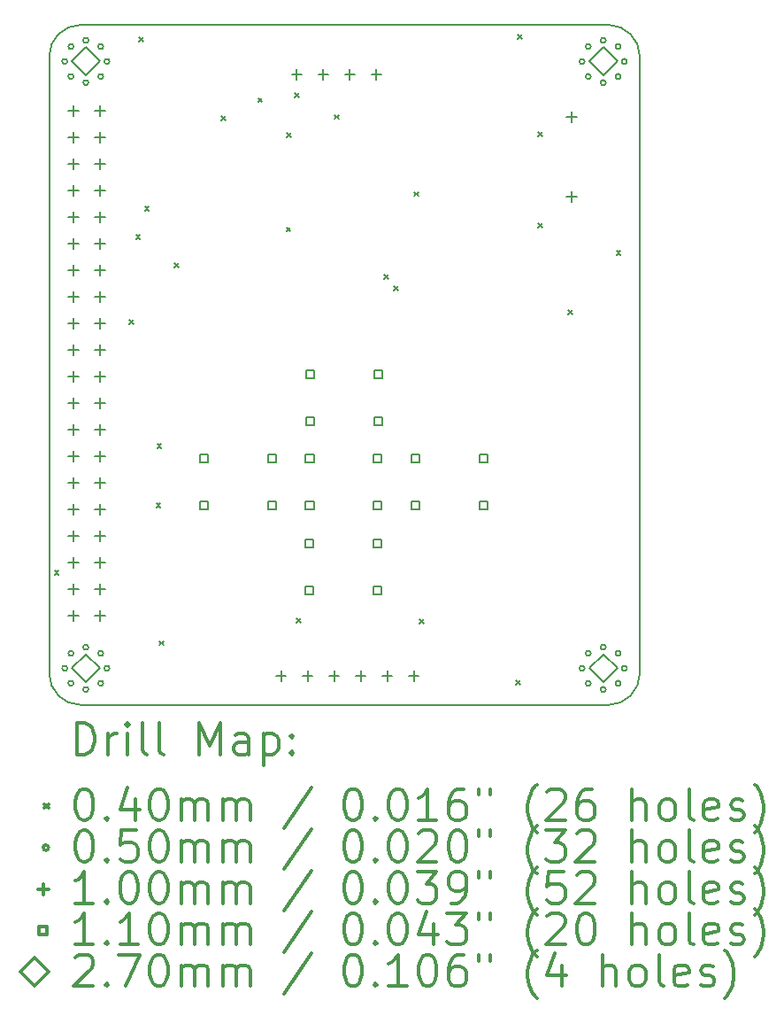
<source format=gbr>
%FSLAX45Y45*%
G04 Gerber Fmt 4.5, Leading zero omitted, Abs format (unit mm)*
G04 Created by KiCad (PCBNEW 4.0.7) date 07/29/18 11:18:08*
%MOMM*%
%LPD*%
G01*
G04 APERTURE LIST*
%ADD10C,0.127000*%
%ADD11C,0.150000*%
%ADD12C,0.200000*%
%ADD13C,0.300000*%
G04 APERTURE END LIST*
D10*
D11*
X8500000Y-14200000D02*
G75*
G03X8800000Y-14500000I300000J0D01*
G01*
X13850000Y-14500000D02*
G75*
G03X14150000Y-14200000I0J300000D01*
G01*
X14150000Y-8300000D02*
G75*
G03X13850000Y-8000000I-300000J0D01*
G01*
X8800000Y-8000000D02*
G75*
G03X8500000Y-8300000I0J-300000D01*
G01*
X13850000Y-14500000D02*
X8800000Y-14500000D01*
X8800000Y-8000000D02*
X13850000Y-8000000D01*
X14150000Y-8300000D02*
X14150000Y-14200000D01*
X8500000Y-14200000D02*
X8500000Y-8300000D01*
D12*
X8551000Y-13216000D02*
X8591000Y-13256000D01*
X8591000Y-13216000D02*
X8551000Y-13256000D01*
X9264000Y-10818000D02*
X9304000Y-10858000D01*
X9304000Y-10818000D02*
X9264000Y-10858000D01*
X9329000Y-10010000D02*
X9369000Y-10050000D01*
X9369000Y-10010000D02*
X9329000Y-10050000D01*
X9362000Y-8116000D02*
X9402000Y-8156000D01*
X9402000Y-8116000D02*
X9362000Y-8156000D01*
X9414000Y-9734000D02*
X9454000Y-9774000D01*
X9454000Y-9734000D02*
X9414000Y-9774000D01*
X9524000Y-12570000D02*
X9564000Y-12610000D01*
X9564000Y-12570000D02*
X9524000Y-12610000D01*
X9532000Y-12004000D02*
X9572000Y-12044000D01*
X9572000Y-12004000D02*
X9532000Y-12044000D01*
X9552000Y-13889000D02*
X9592000Y-13929000D01*
X9592000Y-13889000D02*
X9552000Y-13929000D01*
X9700000Y-10279000D02*
X9740000Y-10319000D01*
X9740000Y-10279000D02*
X9700000Y-10319000D01*
X10149744Y-8870256D02*
X10189744Y-8910256D01*
X10189744Y-8870256D02*
X10149744Y-8910256D01*
X10499000Y-8700000D02*
X10539000Y-8740000D01*
X10539000Y-8700000D02*
X10499000Y-8740000D01*
X10770000Y-9935000D02*
X10810000Y-9975000D01*
X10810000Y-9935000D02*
X10770000Y-9975000D01*
X10774000Y-9036000D02*
X10814000Y-9076000D01*
X10814000Y-9036000D02*
X10774000Y-9076000D01*
X10850000Y-8655000D02*
X10890000Y-8695000D01*
X10890000Y-8655000D02*
X10850000Y-8695000D01*
X10865000Y-13676000D02*
X10905000Y-13716000D01*
X10905000Y-13676000D02*
X10865000Y-13716000D01*
X11229000Y-8859000D02*
X11269000Y-8899000D01*
X11269000Y-8859000D02*
X11229000Y-8899000D01*
X11703000Y-10389000D02*
X11743000Y-10429000D01*
X11743000Y-10389000D02*
X11703000Y-10429000D01*
X11799000Y-10496000D02*
X11839000Y-10536000D01*
X11839000Y-10496000D02*
X11799000Y-10536000D01*
X11993000Y-9596000D02*
X12033000Y-9636000D01*
X12033000Y-9596000D02*
X11993000Y-9636000D01*
X12046000Y-13681000D02*
X12086000Y-13721000D01*
X12086000Y-13681000D02*
X12046000Y-13721000D01*
X12964000Y-14264000D02*
X13004000Y-14304000D01*
X13004000Y-14264000D02*
X12964000Y-14304000D01*
X12985000Y-8094000D02*
X13025000Y-8134000D01*
X13025000Y-8094000D02*
X12985000Y-8134000D01*
X13179000Y-9899000D02*
X13219000Y-9939000D01*
X13219000Y-9899000D02*
X13179000Y-9939000D01*
X13180000Y-9022000D02*
X13220000Y-9062000D01*
X13220000Y-9022000D02*
X13180000Y-9062000D01*
X13464000Y-10726000D02*
X13504000Y-10766000D01*
X13504000Y-10726000D02*
X13464000Y-10766000D01*
X13928000Y-10160000D02*
X13968000Y-10200000D01*
X13968000Y-10160000D02*
X13928000Y-10200000D01*
X8672500Y-8350000D02*
G75*
G03X8672500Y-8350000I-25000J0D01*
G01*
X8672500Y-14150000D02*
G75*
G03X8672500Y-14150000I-25000J0D01*
G01*
X8731811Y-8206811D02*
G75*
G03X8731811Y-8206811I-25000J0D01*
G01*
X8731811Y-8493189D02*
G75*
G03X8731811Y-8493189I-25000J0D01*
G01*
X8731811Y-14006811D02*
G75*
G03X8731811Y-14006811I-25000J0D01*
G01*
X8731811Y-14293189D02*
G75*
G03X8731811Y-14293189I-25000J0D01*
G01*
X8875000Y-8147500D02*
G75*
G03X8875000Y-8147500I-25000J0D01*
G01*
X8875000Y-8552500D02*
G75*
G03X8875000Y-8552500I-25000J0D01*
G01*
X8875000Y-13947500D02*
G75*
G03X8875000Y-13947500I-25000J0D01*
G01*
X8875000Y-14352500D02*
G75*
G03X8875000Y-14352500I-25000J0D01*
G01*
X9018189Y-8206811D02*
G75*
G03X9018189Y-8206811I-25000J0D01*
G01*
X9018189Y-8493189D02*
G75*
G03X9018189Y-8493189I-25000J0D01*
G01*
X9018189Y-14006811D02*
G75*
G03X9018189Y-14006811I-25000J0D01*
G01*
X9018189Y-14293189D02*
G75*
G03X9018189Y-14293189I-25000J0D01*
G01*
X9077500Y-8350000D02*
G75*
G03X9077500Y-8350000I-25000J0D01*
G01*
X9077500Y-14150000D02*
G75*
G03X9077500Y-14150000I-25000J0D01*
G01*
X13622500Y-8350000D02*
G75*
G03X13622500Y-8350000I-25000J0D01*
G01*
X13622500Y-14150000D02*
G75*
G03X13622500Y-14150000I-25000J0D01*
G01*
X13681811Y-8206811D02*
G75*
G03X13681811Y-8206811I-25000J0D01*
G01*
X13681811Y-8493189D02*
G75*
G03X13681811Y-8493189I-25000J0D01*
G01*
X13681811Y-14006811D02*
G75*
G03X13681811Y-14006811I-25000J0D01*
G01*
X13681811Y-14293189D02*
G75*
G03X13681811Y-14293189I-25000J0D01*
G01*
X13825000Y-8147500D02*
G75*
G03X13825000Y-8147500I-25000J0D01*
G01*
X13825000Y-8552500D02*
G75*
G03X13825000Y-8552500I-25000J0D01*
G01*
X13825000Y-13947500D02*
G75*
G03X13825000Y-13947500I-25000J0D01*
G01*
X13825000Y-14352500D02*
G75*
G03X13825000Y-14352500I-25000J0D01*
G01*
X13968189Y-8206811D02*
G75*
G03X13968189Y-8206811I-25000J0D01*
G01*
X13968189Y-8493189D02*
G75*
G03X13968189Y-8493189I-25000J0D01*
G01*
X13968189Y-14006811D02*
G75*
G03X13968189Y-14006811I-25000J0D01*
G01*
X13968189Y-14293189D02*
G75*
G03X13968189Y-14293189I-25000J0D01*
G01*
X14027500Y-8350000D02*
G75*
G03X14027500Y-8350000I-25000J0D01*
G01*
X14027500Y-14150000D02*
G75*
G03X14027500Y-14150000I-25000J0D01*
G01*
X8729472Y-8772944D02*
X8729472Y-8872944D01*
X8679472Y-8822944D02*
X8779472Y-8822944D01*
X8729472Y-9026944D02*
X8729472Y-9126944D01*
X8679472Y-9076944D02*
X8779472Y-9076944D01*
X8729472Y-9280944D02*
X8729472Y-9380944D01*
X8679472Y-9330944D02*
X8779472Y-9330944D01*
X8729472Y-9534944D02*
X8729472Y-9634944D01*
X8679472Y-9584944D02*
X8779472Y-9584944D01*
X8729472Y-9788944D02*
X8729472Y-9888944D01*
X8679472Y-9838944D02*
X8779472Y-9838944D01*
X8729472Y-10042944D02*
X8729472Y-10142944D01*
X8679472Y-10092944D02*
X8779472Y-10092944D01*
X8729472Y-10296944D02*
X8729472Y-10396944D01*
X8679472Y-10346944D02*
X8779472Y-10346944D01*
X8729472Y-10550944D02*
X8729472Y-10650944D01*
X8679472Y-10600944D02*
X8779472Y-10600944D01*
X8729472Y-10804944D02*
X8729472Y-10904944D01*
X8679472Y-10854944D02*
X8779472Y-10854944D01*
X8729472Y-11058944D02*
X8729472Y-11158944D01*
X8679472Y-11108944D02*
X8779472Y-11108944D01*
X8729472Y-11312944D02*
X8729472Y-11412944D01*
X8679472Y-11362944D02*
X8779472Y-11362944D01*
X8729472Y-11566944D02*
X8729472Y-11666944D01*
X8679472Y-11616944D02*
X8779472Y-11616944D01*
X8729472Y-11820944D02*
X8729472Y-11920944D01*
X8679472Y-11870944D02*
X8779472Y-11870944D01*
X8729472Y-12074944D02*
X8729472Y-12174944D01*
X8679472Y-12124944D02*
X8779472Y-12124944D01*
X8729472Y-12328944D02*
X8729472Y-12428944D01*
X8679472Y-12378944D02*
X8779472Y-12378944D01*
X8729472Y-12582944D02*
X8729472Y-12682944D01*
X8679472Y-12632944D02*
X8779472Y-12632944D01*
X8729472Y-12836944D02*
X8729472Y-12936944D01*
X8679472Y-12886944D02*
X8779472Y-12886944D01*
X8729472Y-13090944D02*
X8729472Y-13190944D01*
X8679472Y-13140944D02*
X8779472Y-13140944D01*
X8729472Y-13344944D02*
X8729472Y-13444944D01*
X8679472Y-13394944D02*
X8779472Y-13394944D01*
X8729472Y-13598944D02*
X8729472Y-13698944D01*
X8679472Y-13648944D02*
X8779472Y-13648944D01*
X8983472Y-8772944D02*
X8983472Y-8872944D01*
X8933472Y-8822944D02*
X9033472Y-8822944D01*
X8983472Y-9026944D02*
X8983472Y-9126944D01*
X8933472Y-9076944D02*
X9033472Y-9076944D01*
X8983472Y-9280944D02*
X8983472Y-9380944D01*
X8933472Y-9330944D02*
X9033472Y-9330944D01*
X8983472Y-9534944D02*
X8983472Y-9634944D01*
X8933472Y-9584944D02*
X9033472Y-9584944D01*
X8983472Y-9788944D02*
X8983472Y-9888944D01*
X8933472Y-9838944D02*
X9033472Y-9838944D01*
X8983472Y-10042944D02*
X8983472Y-10142944D01*
X8933472Y-10092944D02*
X9033472Y-10092944D01*
X8983472Y-10296944D02*
X8983472Y-10396944D01*
X8933472Y-10346944D02*
X9033472Y-10346944D01*
X8983472Y-10550944D02*
X8983472Y-10650944D01*
X8933472Y-10600944D02*
X9033472Y-10600944D01*
X8983472Y-10804944D02*
X8983472Y-10904944D01*
X8933472Y-10854944D02*
X9033472Y-10854944D01*
X8983472Y-11058944D02*
X8983472Y-11158944D01*
X8933472Y-11108944D02*
X9033472Y-11108944D01*
X8983472Y-11312944D02*
X8983472Y-11412944D01*
X8933472Y-11362944D02*
X9033472Y-11362944D01*
X8983472Y-11566944D02*
X8983472Y-11666944D01*
X8933472Y-11616944D02*
X9033472Y-11616944D01*
X8983472Y-11820944D02*
X8983472Y-11920944D01*
X8933472Y-11870944D02*
X9033472Y-11870944D01*
X8983472Y-12074944D02*
X8983472Y-12174944D01*
X8933472Y-12124944D02*
X9033472Y-12124944D01*
X8983472Y-12328944D02*
X8983472Y-12428944D01*
X8933472Y-12378944D02*
X9033472Y-12378944D01*
X8983472Y-12582944D02*
X8983472Y-12682944D01*
X8933472Y-12632944D02*
X9033472Y-12632944D01*
X8983472Y-12836944D02*
X8983472Y-12936944D01*
X8933472Y-12886944D02*
X9033472Y-12886944D01*
X8983472Y-13090944D02*
X8983472Y-13190944D01*
X8933472Y-13140944D02*
X9033472Y-13140944D01*
X8983472Y-13344944D02*
X8983472Y-13444944D01*
X8933472Y-13394944D02*
X9033472Y-13394944D01*
X8983472Y-13598944D02*
X8983472Y-13698944D01*
X8933472Y-13648944D02*
X9033472Y-13648944D01*
X10717530Y-14172730D02*
X10717530Y-14272730D01*
X10667530Y-14222730D02*
X10767530Y-14222730D01*
X10868660Y-8424710D02*
X10868660Y-8524710D01*
X10818660Y-8474710D02*
X10918660Y-8474710D01*
X10971530Y-14172730D02*
X10971530Y-14272730D01*
X10921530Y-14222730D02*
X11021530Y-14222730D01*
X11122660Y-8424710D02*
X11122660Y-8524710D01*
X11072660Y-8474710D02*
X11172660Y-8474710D01*
X11225530Y-14172730D02*
X11225530Y-14272730D01*
X11175530Y-14222730D02*
X11275530Y-14222730D01*
X11376660Y-8424710D02*
X11376660Y-8524710D01*
X11326660Y-8474710D02*
X11426660Y-8474710D01*
X11479530Y-14172730D02*
X11479530Y-14272730D01*
X11429530Y-14222730D02*
X11529530Y-14222730D01*
X11630660Y-8424710D02*
X11630660Y-8524710D01*
X11580660Y-8474710D02*
X11680660Y-8474710D01*
X11733530Y-14172730D02*
X11733530Y-14272730D01*
X11683530Y-14222730D02*
X11783530Y-14222730D01*
X11987530Y-14172730D02*
X11987530Y-14272730D01*
X11937530Y-14222730D02*
X12037530Y-14222730D01*
X13495000Y-8832000D02*
X13495000Y-8932000D01*
X13445000Y-8882000D02*
X13545000Y-8882000D01*
X13495000Y-9592000D02*
X13495000Y-9692000D01*
X13445000Y-9642000D02*
X13545000Y-9642000D01*
X10019059Y-12181615D02*
X10019059Y-12103833D01*
X9941277Y-12103833D01*
X9941277Y-12181615D01*
X10019059Y-12181615D01*
X10019059Y-12631615D02*
X10019059Y-12553833D01*
X9941277Y-12553833D01*
X9941277Y-12631615D01*
X10019059Y-12631615D01*
X10669059Y-12181615D02*
X10669059Y-12103833D01*
X10591277Y-12103833D01*
X10591277Y-12181615D01*
X10669059Y-12181615D01*
X10669059Y-12631615D02*
X10669059Y-12553833D01*
X10591277Y-12553833D01*
X10591277Y-12631615D01*
X10669059Y-12631615D01*
X11026931Y-12992891D02*
X11026931Y-12915109D01*
X10949149Y-12915109D01*
X10949149Y-12992891D01*
X11026931Y-12992891D01*
X11026931Y-13442891D02*
X11026931Y-13365109D01*
X10949149Y-13365109D01*
X10949149Y-13442891D01*
X11026931Y-13442891D01*
X11030487Y-12181615D02*
X11030487Y-12103833D01*
X10952705Y-12103833D01*
X10952705Y-12181615D01*
X11030487Y-12181615D01*
X11030487Y-12631615D02*
X11030487Y-12553833D01*
X10952705Y-12553833D01*
X10952705Y-12631615D01*
X11030487Y-12631615D01*
X11036075Y-11376943D02*
X11036075Y-11299161D01*
X10958293Y-11299161D01*
X10958293Y-11376943D01*
X11036075Y-11376943D01*
X11036075Y-11826943D02*
X11036075Y-11749161D01*
X10958293Y-11749161D01*
X10958293Y-11826943D01*
X11036075Y-11826943D01*
X11676931Y-12992891D02*
X11676931Y-12915109D01*
X11599149Y-12915109D01*
X11599149Y-12992891D01*
X11676931Y-12992891D01*
X11676931Y-13442891D02*
X11676931Y-13365109D01*
X11599149Y-13365109D01*
X11599149Y-13442891D01*
X11676931Y-13442891D01*
X11680487Y-12181615D02*
X11680487Y-12103833D01*
X11602705Y-12103833D01*
X11602705Y-12181615D01*
X11680487Y-12181615D01*
X11680487Y-12631615D02*
X11680487Y-12553833D01*
X11602705Y-12553833D01*
X11602705Y-12631615D01*
X11680487Y-12631615D01*
X11686075Y-11376943D02*
X11686075Y-11299161D01*
X11608293Y-11299161D01*
X11608293Y-11376943D01*
X11686075Y-11376943D01*
X11686075Y-11826943D02*
X11686075Y-11749161D01*
X11608293Y-11749161D01*
X11608293Y-11826943D01*
X11686075Y-11826943D01*
X12043439Y-12183647D02*
X12043439Y-12105865D01*
X11965657Y-12105865D01*
X11965657Y-12183647D01*
X12043439Y-12183647D01*
X12043439Y-12633647D02*
X12043439Y-12555865D01*
X11965657Y-12555865D01*
X11965657Y-12633647D01*
X12043439Y-12633647D01*
X12693439Y-12183647D02*
X12693439Y-12105865D01*
X12615657Y-12105865D01*
X12615657Y-12183647D01*
X12693439Y-12183647D01*
X12693439Y-12633647D02*
X12693439Y-12555865D01*
X12615657Y-12555865D01*
X12615657Y-12633647D01*
X12693439Y-12633647D01*
X8850000Y-8485000D02*
X8985000Y-8350000D01*
X8850000Y-8215000D01*
X8715000Y-8350000D01*
X8850000Y-8485000D01*
X8850000Y-14285000D02*
X8985000Y-14150000D01*
X8850000Y-14015000D01*
X8715000Y-14150000D01*
X8850000Y-14285000D01*
X13800000Y-8485000D02*
X13935000Y-8350000D01*
X13800000Y-8215000D01*
X13665000Y-8350000D01*
X13800000Y-8485000D01*
X13800000Y-14285000D02*
X13935000Y-14150000D01*
X13800000Y-14015000D01*
X13665000Y-14150000D01*
X13800000Y-14285000D01*
D13*
X8763929Y-14973214D02*
X8763929Y-14673214D01*
X8835357Y-14673214D01*
X8878214Y-14687500D01*
X8906786Y-14716071D01*
X8921071Y-14744643D01*
X8935357Y-14801786D01*
X8935357Y-14844643D01*
X8921071Y-14901786D01*
X8906786Y-14930357D01*
X8878214Y-14958929D01*
X8835357Y-14973214D01*
X8763929Y-14973214D01*
X9063929Y-14973214D02*
X9063929Y-14773214D01*
X9063929Y-14830357D02*
X9078214Y-14801786D01*
X9092500Y-14787500D01*
X9121071Y-14773214D01*
X9149643Y-14773214D01*
X9249643Y-14973214D02*
X9249643Y-14773214D01*
X9249643Y-14673214D02*
X9235357Y-14687500D01*
X9249643Y-14701786D01*
X9263929Y-14687500D01*
X9249643Y-14673214D01*
X9249643Y-14701786D01*
X9435357Y-14973214D02*
X9406786Y-14958929D01*
X9392500Y-14930357D01*
X9392500Y-14673214D01*
X9592500Y-14973214D02*
X9563929Y-14958929D01*
X9549643Y-14930357D01*
X9549643Y-14673214D01*
X9935357Y-14973214D02*
X9935357Y-14673214D01*
X10035357Y-14887500D01*
X10135357Y-14673214D01*
X10135357Y-14973214D01*
X10406786Y-14973214D02*
X10406786Y-14816071D01*
X10392500Y-14787500D01*
X10363929Y-14773214D01*
X10306786Y-14773214D01*
X10278214Y-14787500D01*
X10406786Y-14958929D02*
X10378214Y-14973214D01*
X10306786Y-14973214D01*
X10278214Y-14958929D01*
X10263929Y-14930357D01*
X10263929Y-14901786D01*
X10278214Y-14873214D01*
X10306786Y-14858929D01*
X10378214Y-14858929D01*
X10406786Y-14844643D01*
X10549643Y-14773214D02*
X10549643Y-15073214D01*
X10549643Y-14787500D02*
X10578214Y-14773214D01*
X10635357Y-14773214D01*
X10663929Y-14787500D01*
X10678214Y-14801786D01*
X10692500Y-14830357D01*
X10692500Y-14916071D01*
X10678214Y-14944643D01*
X10663929Y-14958929D01*
X10635357Y-14973214D01*
X10578214Y-14973214D01*
X10549643Y-14958929D01*
X10821071Y-14944643D02*
X10835357Y-14958929D01*
X10821071Y-14973214D01*
X10806786Y-14958929D01*
X10821071Y-14944643D01*
X10821071Y-14973214D01*
X10821071Y-14787500D02*
X10835357Y-14801786D01*
X10821071Y-14816071D01*
X10806786Y-14801786D01*
X10821071Y-14787500D01*
X10821071Y-14816071D01*
X8452500Y-15447500D02*
X8492500Y-15487500D01*
X8492500Y-15447500D02*
X8452500Y-15487500D01*
X8821071Y-15303214D02*
X8849643Y-15303214D01*
X8878214Y-15317500D01*
X8892500Y-15331786D01*
X8906786Y-15360357D01*
X8921071Y-15417500D01*
X8921071Y-15488929D01*
X8906786Y-15546071D01*
X8892500Y-15574643D01*
X8878214Y-15588929D01*
X8849643Y-15603214D01*
X8821071Y-15603214D01*
X8792500Y-15588929D01*
X8778214Y-15574643D01*
X8763929Y-15546071D01*
X8749643Y-15488929D01*
X8749643Y-15417500D01*
X8763929Y-15360357D01*
X8778214Y-15331786D01*
X8792500Y-15317500D01*
X8821071Y-15303214D01*
X9049643Y-15574643D02*
X9063929Y-15588929D01*
X9049643Y-15603214D01*
X9035357Y-15588929D01*
X9049643Y-15574643D01*
X9049643Y-15603214D01*
X9321071Y-15403214D02*
X9321071Y-15603214D01*
X9249643Y-15288929D02*
X9178214Y-15503214D01*
X9363928Y-15503214D01*
X9535357Y-15303214D02*
X9563929Y-15303214D01*
X9592500Y-15317500D01*
X9606786Y-15331786D01*
X9621071Y-15360357D01*
X9635357Y-15417500D01*
X9635357Y-15488929D01*
X9621071Y-15546071D01*
X9606786Y-15574643D01*
X9592500Y-15588929D01*
X9563929Y-15603214D01*
X9535357Y-15603214D01*
X9506786Y-15588929D01*
X9492500Y-15574643D01*
X9478214Y-15546071D01*
X9463929Y-15488929D01*
X9463929Y-15417500D01*
X9478214Y-15360357D01*
X9492500Y-15331786D01*
X9506786Y-15317500D01*
X9535357Y-15303214D01*
X9763929Y-15603214D02*
X9763929Y-15403214D01*
X9763929Y-15431786D02*
X9778214Y-15417500D01*
X9806786Y-15403214D01*
X9849643Y-15403214D01*
X9878214Y-15417500D01*
X9892500Y-15446071D01*
X9892500Y-15603214D01*
X9892500Y-15446071D02*
X9906786Y-15417500D01*
X9935357Y-15403214D01*
X9978214Y-15403214D01*
X10006786Y-15417500D01*
X10021071Y-15446071D01*
X10021071Y-15603214D01*
X10163929Y-15603214D02*
X10163929Y-15403214D01*
X10163929Y-15431786D02*
X10178214Y-15417500D01*
X10206786Y-15403214D01*
X10249643Y-15403214D01*
X10278214Y-15417500D01*
X10292500Y-15446071D01*
X10292500Y-15603214D01*
X10292500Y-15446071D02*
X10306786Y-15417500D01*
X10335357Y-15403214D01*
X10378214Y-15403214D01*
X10406786Y-15417500D01*
X10421071Y-15446071D01*
X10421071Y-15603214D01*
X11006786Y-15288929D02*
X10749643Y-15674643D01*
X11392500Y-15303214D02*
X11421071Y-15303214D01*
X11449643Y-15317500D01*
X11463928Y-15331786D01*
X11478214Y-15360357D01*
X11492500Y-15417500D01*
X11492500Y-15488929D01*
X11478214Y-15546071D01*
X11463928Y-15574643D01*
X11449643Y-15588929D01*
X11421071Y-15603214D01*
X11392500Y-15603214D01*
X11363928Y-15588929D01*
X11349643Y-15574643D01*
X11335357Y-15546071D01*
X11321071Y-15488929D01*
X11321071Y-15417500D01*
X11335357Y-15360357D01*
X11349643Y-15331786D01*
X11363928Y-15317500D01*
X11392500Y-15303214D01*
X11621071Y-15574643D02*
X11635357Y-15588929D01*
X11621071Y-15603214D01*
X11606786Y-15588929D01*
X11621071Y-15574643D01*
X11621071Y-15603214D01*
X11821071Y-15303214D02*
X11849643Y-15303214D01*
X11878214Y-15317500D01*
X11892500Y-15331786D01*
X11906785Y-15360357D01*
X11921071Y-15417500D01*
X11921071Y-15488929D01*
X11906785Y-15546071D01*
X11892500Y-15574643D01*
X11878214Y-15588929D01*
X11849643Y-15603214D01*
X11821071Y-15603214D01*
X11792500Y-15588929D01*
X11778214Y-15574643D01*
X11763928Y-15546071D01*
X11749643Y-15488929D01*
X11749643Y-15417500D01*
X11763928Y-15360357D01*
X11778214Y-15331786D01*
X11792500Y-15317500D01*
X11821071Y-15303214D01*
X12206785Y-15603214D02*
X12035357Y-15603214D01*
X12121071Y-15603214D02*
X12121071Y-15303214D01*
X12092500Y-15346071D01*
X12063928Y-15374643D01*
X12035357Y-15388929D01*
X12463928Y-15303214D02*
X12406785Y-15303214D01*
X12378214Y-15317500D01*
X12363928Y-15331786D01*
X12335357Y-15374643D01*
X12321071Y-15431786D01*
X12321071Y-15546071D01*
X12335357Y-15574643D01*
X12349643Y-15588929D01*
X12378214Y-15603214D01*
X12435357Y-15603214D01*
X12463928Y-15588929D01*
X12478214Y-15574643D01*
X12492500Y-15546071D01*
X12492500Y-15474643D01*
X12478214Y-15446071D01*
X12463928Y-15431786D01*
X12435357Y-15417500D01*
X12378214Y-15417500D01*
X12349643Y-15431786D01*
X12335357Y-15446071D01*
X12321071Y-15474643D01*
X12606786Y-15303214D02*
X12606786Y-15360357D01*
X12721071Y-15303214D02*
X12721071Y-15360357D01*
X13163928Y-15717500D02*
X13149643Y-15703214D01*
X13121071Y-15660357D01*
X13106785Y-15631786D01*
X13092500Y-15588929D01*
X13078214Y-15517500D01*
X13078214Y-15460357D01*
X13092500Y-15388929D01*
X13106785Y-15346071D01*
X13121071Y-15317500D01*
X13149643Y-15274643D01*
X13163928Y-15260357D01*
X13263928Y-15331786D02*
X13278214Y-15317500D01*
X13306785Y-15303214D01*
X13378214Y-15303214D01*
X13406785Y-15317500D01*
X13421071Y-15331786D01*
X13435357Y-15360357D01*
X13435357Y-15388929D01*
X13421071Y-15431786D01*
X13249643Y-15603214D01*
X13435357Y-15603214D01*
X13692500Y-15303214D02*
X13635357Y-15303214D01*
X13606785Y-15317500D01*
X13592500Y-15331786D01*
X13563928Y-15374643D01*
X13549643Y-15431786D01*
X13549643Y-15546071D01*
X13563928Y-15574643D01*
X13578214Y-15588929D01*
X13606785Y-15603214D01*
X13663928Y-15603214D01*
X13692500Y-15588929D01*
X13706785Y-15574643D01*
X13721071Y-15546071D01*
X13721071Y-15474643D01*
X13706785Y-15446071D01*
X13692500Y-15431786D01*
X13663928Y-15417500D01*
X13606785Y-15417500D01*
X13578214Y-15431786D01*
X13563928Y-15446071D01*
X13549643Y-15474643D01*
X14078214Y-15603214D02*
X14078214Y-15303214D01*
X14206785Y-15603214D02*
X14206785Y-15446071D01*
X14192500Y-15417500D01*
X14163928Y-15403214D01*
X14121071Y-15403214D01*
X14092500Y-15417500D01*
X14078214Y-15431786D01*
X14392500Y-15603214D02*
X14363928Y-15588929D01*
X14349643Y-15574643D01*
X14335357Y-15546071D01*
X14335357Y-15460357D01*
X14349643Y-15431786D01*
X14363928Y-15417500D01*
X14392500Y-15403214D01*
X14435357Y-15403214D01*
X14463928Y-15417500D01*
X14478214Y-15431786D01*
X14492500Y-15460357D01*
X14492500Y-15546071D01*
X14478214Y-15574643D01*
X14463928Y-15588929D01*
X14435357Y-15603214D01*
X14392500Y-15603214D01*
X14663928Y-15603214D02*
X14635357Y-15588929D01*
X14621071Y-15560357D01*
X14621071Y-15303214D01*
X14892500Y-15588929D02*
X14863928Y-15603214D01*
X14806786Y-15603214D01*
X14778214Y-15588929D01*
X14763928Y-15560357D01*
X14763928Y-15446071D01*
X14778214Y-15417500D01*
X14806786Y-15403214D01*
X14863928Y-15403214D01*
X14892500Y-15417500D01*
X14906786Y-15446071D01*
X14906786Y-15474643D01*
X14763928Y-15503214D01*
X15021071Y-15588929D02*
X15049643Y-15603214D01*
X15106786Y-15603214D01*
X15135357Y-15588929D01*
X15149643Y-15560357D01*
X15149643Y-15546071D01*
X15135357Y-15517500D01*
X15106786Y-15503214D01*
X15063928Y-15503214D01*
X15035357Y-15488929D01*
X15021071Y-15460357D01*
X15021071Y-15446071D01*
X15035357Y-15417500D01*
X15063928Y-15403214D01*
X15106786Y-15403214D01*
X15135357Y-15417500D01*
X15249643Y-15717500D02*
X15263928Y-15703214D01*
X15292500Y-15660357D01*
X15306786Y-15631786D01*
X15321071Y-15588929D01*
X15335357Y-15517500D01*
X15335357Y-15460357D01*
X15321071Y-15388929D01*
X15306786Y-15346071D01*
X15292500Y-15317500D01*
X15263928Y-15274643D01*
X15249643Y-15260357D01*
X8492500Y-15863500D02*
G75*
G03X8492500Y-15863500I-25000J0D01*
G01*
X8821071Y-15699214D02*
X8849643Y-15699214D01*
X8878214Y-15713500D01*
X8892500Y-15727786D01*
X8906786Y-15756357D01*
X8921071Y-15813500D01*
X8921071Y-15884929D01*
X8906786Y-15942071D01*
X8892500Y-15970643D01*
X8878214Y-15984929D01*
X8849643Y-15999214D01*
X8821071Y-15999214D01*
X8792500Y-15984929D01*
X8778214Y-15970643D01*
X8763929Y-15942071D01*
X8749643Y-15884929D01*
X8749643Y-15813500D01*
X8763929Y-15756357D01*
X8778214Y-15727786D01*
X8792500Y-15713500D01*
X8821071Y-15699214D01*
X9049643Y-15970643D02*
X9063929Y-15984929D01*
X9049643Y-15999214D01*
X9035357Y-15984929D01*
X9049643Y-15970643D01*
X9049643Y-15999214D01*
X9335357Y-15699214D02*
X9192500Y-15699214D01*
X9178214Y-15842071D01*
X9192500Y-15827786D01*
X9221071Y-15813500D01*
X9292500Y-15813500D01*
X9321071Y-15827786D01*
X9335357Y-15842071D01*
X9349643Y-15870643D01*
X9349643Y-15942071D01*
X9335357Y-15970643D01*
X9321071Y-15984929D01*
X9292500Y-15999214D01*
X9221071Y-15999214D01*
X9192500Y-15984929D01*
X9178214Y-15970643D01*
X9535357Y-15699214D02*
X9563929Y-15699214D01*
X9592500Y-15713500D01*
X9606786Y-15727786D01*
X9621071Y-15756357D01*
X9635357Y-15813500D01*
X9635357Y-15884929D01*
X9621071Y-15942071D01*
X9606786Y-15970643D01*
X9592500Y-15984929D01*
X9563929Y-15999214D01*
X9535357Y-15999214D01*
X9506786Y-15984929D01*
X9492500Y-15970643D01*
X9478214Y-15942071D01*
X9463929Y-15884929D01*
X9463929Y-15813500D01*
X9478214Y-15756357D01*
X9492500Y-15727786D01*
X9506786Y-15713500D01*
X9535357Y-15699214D01*
X9763929Y-15999214D02*
X9763929Y-15799214D01*
X9763929Y-15827786D02*
X9778214Y-15813500D01*
X9806786Y-15799214D01*
X9849643Y-15799214D01*
X9878214Y-15813500D01*
X9892500Y-15842071D01*
X9892500Y-15999214D01*
X9892500Y-15842071D02*
X9906786Y-15813500D01*
X9935357Y-15799214D01*
X9978214Y-15799214D01*
X10006786Y-15813500D01*
X10021071Y-15842071D01*
X10021071Y-15999214D01*
X10163929Y-15999214D02*
X10163929Y-15799214D01*
X10163929Y-15827786D02*
X10178214Y-15813500D01*
X10206786Y-15799214D01*
X10249643Y-15799214D01*
X10278214Y-15813500D01*
X10292500Y-15842071D01*
X10292500Y-15999214D01*
X10292500Y-15842071D02*
X10306786Y-15813500D01*
X10335357Y-15799214D01*
X10378214Y-15799214D01*
X10406786Y-15813500D01*
X10421071Y-15842071D01*
X10421071Y-15999214D01*
X11006786Y-15684929D02*
X10749643Y-16070643D01*
X11392500Y-15699214D02*
X11421071Y-15699214D01*
X11449643Y-15713500D01*
X11463928Y-15727786D01*
X11478214Y-15756357D01*
X11492500Y-15813500D01*
X11492500Y-15884929D01*
X11478214Y-15942071D01*
X11463928Y-15970643D01*
X11449643Y-15984929D01*
X11421071Y-15999214D01*
X11392500Y-15999214D01*
X11363928Y-15984929D01*
X11349643Y-15970643D01*
X11335357Y-15942071D01*
X11321071Y-15884929D01*
X11321071Y-15813500D01*
X11335357Y-15756357D01*
X11349643Y-15727786D01*
X11363928Y-15713500D01*
X11392500Y-15699214D01*
X11621071Y-15970643D02*
X11635357Y-15984929D01*
X11621071Y-15999214D01*
X11606786Y-15984929D01*
X11621071Y-15970643D01*
X11621071Y-15999214D01*
X11821071Y-15699214D02*
X11849643Y-15699214D01*
X11878214Y-15713500D01*
X11892500Y-15727786D01*
X11906785Y-15756357D01*
X11921071Y-15813500D01*
X11921071Y-15884929D01*
X11906785Y-15942071D01*
X11892500Y-15970643D01*
X11878214Y-15984929D01*
X11849643Y-15999214D01*
X11821071Y-15999214D01*
X11792500Y-15984929D01*
X11778214Y-15970643D01*
X11763928Y-15942071D01*
X11749643Y-15884929D01*
X11749643Y-15813500D01*
X11763928Y-15756357D01*
X11778214Y-15727786D01*
X11792500Y-15713500D01*
X11821071Y-15699214D01*
X12035357Y-15727786D02*
X12049643Y-15713500D01*
X12078214Y-15699214D01*
X12149643Y-15699214D01*
X12178214Y-15713500D01*
X12192500Y-15727786D01*
X12206785Y-15756357D01*
X12206785Y-15784929D01*
X12192500Y-15827786D01*
X12021071Y-15999214D01*
X12206785Y-15999214D01*
X12392500Y-15699214D02*
X12421071Y-15699214D01*
X12449643Y-15713500D01*
X12463928Y-15727786D01*
X12478214Y-15756357D01*
X12492500Y-15813500D01*
X12492500Y-15884929D01*
X12478214Y-15942071D01*
X12463928Y-15970643D01*
X12449643Y-15984929D01*
X12421071Y-15999214D01*
X12392500Y-15999214D01*
X12363928Y-15984929D01*
X12349643Y-15970643D01*
X12335357Y-15942071D01*
X12321071Y-15884929D01*
X12321071Y-15813500D01*
X12335357Y-15756357D01*
X12349643Y-15727786D01*
X12363928Y-15713500D01*
X12392500Y-15699214D01*
X12606786Y-15699214D02*
X12606786Y-15756357D01*
X12721071Y-15699214D02*
X12721071Y-15756357D01*
X13163928Y-16113500D02*
X13149643Y-16099214D01*
X13121071Y-16056357D01*
X13106785Y-16027786D01*
X13092500Y-15984929D01*
X13078214Y-15913500D01*
X13078214Y-15856357D01*
X13092500Y-15784929D01*
X13106785Y-15742071D01*
X13121071Y-15713500D01*
X13149643Y-15670643D01*
X13163928Y-15656357D01*
X13249643Y-15699214D02*
X13435357Y-15699214D01*
X13335357Y-15813500D01*
X13378214Y-15813500D01*
X13406785Y-15827786D01*
X13421071Y-15842071D01*
X13435357Y-15870643D01*
X13435357Y-15942071D01*
X13421071Y-15970643D01*
X13406785Y-15984929D01*
X13378214Y-15999214D01*
X13292500Y-15999214D01*
X13263928Y-15984929D01*
X13249643Y-15970643D01*
X13549643Y-15727786D02*
X13563928Y-15713500D01*
X13592500Y-15699214D01*
X13663928Y-15699214D01*
X13692500Y-15713500D01*
X13706785Y-15727786D01*
X13721071Y-15756357D01*
X13721071Y-15784929D01*
X13706785Y-15827786D01*
X13535357Y-15999214D01*
X13721071Y-15999214D01*
X14078214Y-15999214D02*
X14078214Y-15699214D01*
X14206785Y-15999214D02*
X14206785Y-15842071D01*
X14192500Y-15813500D01*
X14163928Y-15799214D01*
X14121071Y-15799214D01*
X14092500Y-15813500D01*
X14078214Y-15827786D01*
X14392500Y-15999214D02*
X14363928Y-15984929D01*
X14349643Y-15970643D01*
X14335357Y-15942071D01*
X14335357Y-15856357D01*
X14349643Y-15827786D01*
X14363928Y-15813500D01*
X14392500Y-15799214D01*
X14435357Y-15799214D01*
X14463928Y-15813500D01*
X14478214Y-15827786D01*
X14492500Y-15856357D01*
X14492500Y-15942071D01*
X14478214Y-15970643D01*
X14463928Y-15984929D01*
X14435357Y-15999214D01*
X14392500Y-15999214D01*
X14663928Y-15999214D02*
X14635357Y-15984929D01*
X14621071Y-15956357D01*
X14621071Y-15699214D01*
X14892500Y-15984929D02*
X14863928Y-15999214D01*
X14806786Y-15999214D01*
X14778214Y-15984929D01*
X14763928Y-15956357D01*
X14763928Y-15842071D01*
X14778214Y-15813500D01*
X14806786Y-15799214D01*
X14863928Y-15799214D01*
X14892500Y-15813500D01*
X14906786Y-15842071D01*
X14906786Y-15870643D01*
X14763928Y-15899214D01*
X15021071Y-15984929D02*
X15049643Y-15999214D01*
X15106786Y-15999214D01*
X15135357Y-15984929D01*
X15149643Y-15956357D01*
X15149643Y-15942071D01*
X15135357Y-15913500D01*
X15106786Y-15899214D01*
X15063928Y-15899214D01*
X15035357Y-15884929D01*
X15021071Y-15856357D01*
X15021071Y-15842071D01*
X15035357Y-15813500D01*
X15063928Y-15799214D01*
X15106786Y-15799214D01*
X15135357Y-15813500D01*
X15249643Y-16113500D02*
X15263928Y-16099214D01*
X15292500Y-16056357D01*
X15306786Y-16027786D01*
X15321071Y-15984929D01*
X15335357Y-15913500D01*
X15335357Y-15856357D01*
X15321071Y-15784929D01*
X15306786Y-15742071D01*
X15292500Y-15713500D01*
X15263928Y-15670643D01*
X15249643Y-15656357D01*
X8442500Y-16209500D02*
X8442500Y-16309500D01*
X8392500Y-16259500D02*
X8492500Y-16259500D01*
X8921071Y-16395214D02*
X8749643Y-16395214D01*
X8835357Y-16395214D02*
X8835357Y-16095214D01*
X8806786Y-16138071D01*
X8778214Y-16166643D01*
X8749643Y-16180929D01*
X9049643Y-16366643D02*
X9063929Y-16380929D01*
X9049643Y-16395214D01*
X9035357Y-16380929D01*
X9049643Y-16366643D01*
X9049643Y-16395214D01*
X9249643Y-16095214D02*
X9278214Y-16095214D01*
X9306786Y-16109500D01*
X9321071Y-16123786D01*
X9335357Y-16152357D01*
X9349643Y-16209500D01*
X9349643Y-16280929D01*
X9335357Y-16338071D01*
X9321071Y-16366643D01*
X9306786Y-16380929D01*
X9278214Y-16395214D01*
X9249643Y-16395214D01*
X9221071Y-16380929D01*
X9206786Y-16366643D01*
X9192500Y-16338071D01*
X9178214Y-16280929D01*
X9178214Y-16209500D01*
X9192500Y-16152357D01*
X9206786Y-16123786D01*
X9221071Y-16109500D01*
X9249643Y-16095214D01*
X9535357Y-16095214D02*
X9563929Y-16095214D01*
X9592500Y-16109500D01*
X9606786Y-16123786D01*
X9621071Y-16152357D01*
X9635357Y-16209500D01*
X9635357Y-16280929D01*
X9621071Y-16338071D01*
X9606786Y-16366643D01*
X9592500Y-16380929D01*
X9563929Y-16395214D01*
X9535357Y-16395214D01*
X9506786Y-16380929D01*
X9492500Y-16366643D01*
X9478214Y-16338071D01*
X9463929Y-16280929D01*
X9463929Y-16209500D01*
X9478214Y-16152357D01*
X9492500Y-16123786D01*
X9506786Y-16109500D01*
X9535357Y-16095214D01*
X9763929Y-16395214D02*
X9763929Y-16195214D01*
X9763929Y-16223786D02*
X9778214Y-16209500D01*
X9806786Y-16195214D01*
X9849643Y-16195214D01*
X9878214Y-16209500D01*
X9892500Y-16238071D01*
X9892500Y-16395214D01*
X9892500Y-16238071D02*
X9906786Y-16209500D01*
X9935357Y-16195214D01*
X9978214Y-16195214D01*
X10006786Y-16209500D01*
X10021071Y-16238071D01*
X10021071Y-16395214D01*
X10163929Y-16395214D02*
X10163929Y-16195214D01*
X10163929Y-16223786D02*
X10178214Y-16209500D01*
X10206786Y-16195214D01*
X10249643Y-16195214D01*
X10278214Y-16209500D01*
X10292500Y-16238071D01*
X10292500Y-16395214D01*
X10292500Y-16238071D02*
X10306786Y-16209500D01*
X10335357Y-16195214D01*
X10378214Y-16195214D01*
X10406786Y-16209500D01*
X10421071Y-16238071D01*
X10421071Y-16395214D01*
X11006786Y-16080929D02*
X10749643Y-16466643D01*
X11392500Y-16095214D02*
X11421071Y-16095214D01*
X11449643Y-16109500D01*
X11463928Y-16123786D01*
X11478214Y-16152357D01*
X11492500Y-16209500D01*
X11492500Y-16280929D01*
X11478214Y-16338071D01*
X11463928Y-16366643D01*
X11449643Y-16380929D01*
X11421071Y-16395214D01*
X11392500Y-16395214D01*
X11363928Y-16380929D01*
X11349643Y-16366643D01*
X11335357Y-16338071D01*
X11321071Y-16280929D01*
X11321071Y-16209500D01*
X11335357Y-16152357D01*
X11349643Y-16123786D01*
X11363928Y-16109500D01*
X11392500Y-16095214D01*
X11621071Y-16366643D02*
X11635357Y-16380929D01*
X11621071Y-16395214D01*
X11606786Y-16380929D01*
X11621071Y-16366643D01*
X11621071Y-16395214D01*
X11821071Y-16095214D02*
X11849643Y-16095214D01*
X11878214Y-16109500D01*
X11892500Y-16123786D01*
X11906785Y-16152357D01*
X11921071Y-16209500D01*
X11921071Y-16280929D01*
X11906785Y-16338071D01*
X11892500Y-16366643D01*
X11878214Y-16380929D01*
X11849643Y-16395214D01*
X11821071Y-16395214D01*
X11792500Y-16380929D01*
X11778214Y-16366643D01*
X11763928Y-16338071D01*
X11749643Y-16280929D01*
X11749643Y-16209500D01*
X11763928Y-16152357D01*
X11778214Y-16123786D01*
X11792500Y-16109500D01*
X11821071Y-16095214D01*
X12021071Y-16095214D02*
X12206785Y-16095214D01*
X12106785Y-16209500D01*
X12149643Y-16209500D01*
X12178214Y-16223786D01*
X12192500Y-16238071D01*
X12206785Y-16266643D01*
X12206785Y-16338071D01*
X12192500Y-16366643D01*
X12178214Y-16380929D01*
X12149643Y-16395214D01*
X12063928Y-16395214D01*
X12035357Y-16380929D01*
X12021071Y-16366643D01*
X12349643Y-16395214D02*
X12406785Y-16395214D01*
X12435357Y-16380929D01*
X12449643Y-16366643D01*
X12478214Y-16323786D01*
X12492500Y-16266643D01*
X12492500Y-16152357D01*
X12478214Y-16123786D01*
X12463928Y-16109500D01*
X12435357Y-16095214D01*
X12378214Y-16095214D01*
X12349643Y-16109500D01*
X12335357Y-16123786D01*
X12321071Y-16152357D01*
X12321071Y-16223786D01*
X12335357Y-16252357D01*
X12349643Y-16266643D01*
X12378214Y-16280929D01*
X12435357Y-16280929D01*
X12463928Y-16266643D01*
X12478214Y-16252357D01*
X12492500Y-16223786D01*
X12606786Y-16095214D02*
X12606786Y-16152357D01*
X12721071Y-16095214D02*
X12721071Y-16152357D01*
X13163928Y-16509500D02*
X13149643Y-16495214D01*
X13121071Y-16452357D01*
X13106785Y-16423786D01*
X13092500Y-16380929D01*
X13078214Y-16309500D01*
X13078214Y-16252357D01*
X13092500Y-16180929D01*
X13106785Y-16138071D01*
X13121071Y-16109500D01*
X13149643Y-16066643D01*
X13163928Y-16052357D01*
X13421071Y-16095214D02*
X13278214Y-16095214D01*
X13263928Y-16238071D01*
X13278214Y-16223786D01*
X13306785Y-16209500D01*
X13378214Y-16209500D01*
X13406785Y-16223786D01*
X13421071Y-16238071D01*
X13435357Y-16266643D01*
X13435357Y-16338071D01*
X13421071Y-16366643D01*
X13406785Y-16380929D01*
X13378214Y-16395214D01*
X13306785Y-16395214D01*
X13278214Y-16380929D01*
X13263928Y-16366643D01*
X13549643Y-16123786D02*
X13563928Y-16109500D01*
X13592500Y-16095214D01*
X13663928Y-16095214D01*
X13692500Y-16109500D01*
X13706785Y-16123786D01*
X13721071Y-16152357D01*
X13721071Y-16180929D01*
X13706785Y-16223786D01*
X13535357Y-16395214D01*
X13721071Y-16395214D01*
X14078214Y-16395214D02*
X14078214Y-16095214D01*
X14206785Y-16395214D02*
X14206785Y-16238071D01*
X14192500Y-16209500D01*
X14163928Y-16195214D01*
X14121071Y-16195214D01*
X14092500Y-16209500D01*
X14078214Y-16223786D01*
X14392500Y-16395214D02*
X14363928Y-16380929D01*
X14349643Y-16366643D01*
X14335357Y-16338071D01*
X14335357Y-16252357D01*
X14349643Y-16223786D01*
X14363928Y-16209500D01*
X14392500Y-16195214D01*
X14435357Y-16195214D01*
X14463928Y-16209500D01*
X14478214Y-16223786D01*
X14492500Y-16252357D01*
X14492500Y-16338071D01*
X14478214Y-16366643D01*
X14463928Y-16380929D01*
X14435357Y-16395214D01*
X14392500Y-16395214D01*
X14663928Y-16395214D02*
X14635357Y-16380929D01*
X14621071Y-16352357D01*
X14621071Y-16095214D01*
X14892500Y-16380929D02*
X14863928Y-16395214D01*
X14806786Y-16395214D01*
X14778214Y-16380929D01*
X14763928Y-16352357D01*
X14763928Y-16238071D01*
X14778214Y-16209500D01*
X14806786Y-16195214D01*
X14863928Y-16195214D01*
X14892500Y-16209500D01*
X14906786Y-16238071D01*
X14906786Y-16266643D01*
X14763928Y-16295214D01*
X15021071Y-16380929D02*
X15049643Y-16395214D01*
X15106786Y-16395214D01*
X15135357Y-16380929D01*
X15149643Y-16352357D01*
X15149643Y-16338071D01*
X15135357Y-16309500D01*
X15106786Y-16295214D01*
X15063928Y-16295214D01*
X15035357Y-16280929D01*
X15021071Y-16252357D01*
X15021071Y-16238071D01*
X15035357Y-16209500D01*
X15063928Y-16195214D01*
X15106786Y-16195214D01*
X15135357Y-16209500D01*
X15249643Y-16509500D02*
X15263928Y-16495214D01*
X15292500Y-16452357D01*
X15306786Y-16423786D01*
X15321071Y-16380929D01*
X15335357Y-16309500D01*
X15335357Y-16252357D01*
X15321071Y-16180929D01*
X15306786Y-16138071D01*
X15292500Y-16109500D01*
X15263928Y-16066643D01*
X15249643Y-16052357D01*
X8476391Y-16694391D02*
X8476391Y-16616609D01*
X8398609Y-16616609D01*
X8398609Y-16694391D01*
X8476391Y-16694391D01*
X8921071Y-16791214D02*
X8749643Y-16791214D01*
X8835357Y-16791214D02*
X8835357Y-16491214D01*
X8806786Y-16534071D01*
X8778214Y-16562643D01*
X8749643Y-16576929D01*
X9049643Y-16762643D02*
X9063929Y-16776929D01*
X9049643Y-16791214D01*
X9035357Y-16776929D01*
X9049643Y-16762643D01*
X9049643Y-16791214D01*
X9349643Y-16791214D02*
X9178214Y-16791214D01*
X9263928Y-16791214D02*
X9263928Y-16491214D01*
X9235357Y-16534071D01*
X9206786Y-16562643D01*
X9178214Y-16576929D01*
X9535357Y-16491214D02*
X9563929Y-16491214D01*
X9592500Y-16505500D01*
X9606786Y-16519786D01*
X9621071Y-16548357D01*
X9635357Y-16605500D01*
X9635357Y-16676929D01*
X9621071Y-16734071D01*
X9606786Y-16762643D01*
X9592500Y-16776929D01*
X9563929Y-16791214D01*
X9535357Y-16791214D01*
X9506786Y-16776929D01*
X9492500Y-16762643D01*
X9478214Y-16734071D01*
X9463929Y-16676929D01*
X9463929Y-16605500D01*
X9478214Y-16548357D01*
X9492500Y-16519786D01*
X9506786Y-16505500D01*
X9535357Y-16491214D01*
X9763929Y-16791214D02*
X9763929Y-16591214D01*
X9763929Y-16619786D02*
X9778214Y-16605500D01*
X9806786Y-16591214D01*
X9849643Y-16591214D01*
X9878214Y-16605500D01*
X9892500Y-16634071D01*
X9892500Y-16791214D01*
X9892500Y-16634071D02*
X9906786Y-16605500D01*
X9935357Y-16591214D01*
X9978214Y-16591214D01*
X10006786Y-16605500D01*
X10021071Y-16634071D01*
X10021071Y-16791214D01*
X10163929Y-16791214D02*
X10163929Y-16591214D01*
X10163929Y-16619786D02*
X10178214Y-16605500D01*
X10206786Y-16591214D01*
X10249643Y-16591214D01*
X10278214Y-16605500D01*
X10292500Y-16634071D01*
X10292500Y-16791214D01*
X10292500Y-16634071D02*
X10306786Y-16605500D01*
X10335357Y-16591214D01*
X10378214Y-16591214D01*
X10406786Y-16605500D01*
X10421071Y-16634071D01*
X10421071Y-16791214D01*
X11006786Y-16476929D02*
X10749643Y-16862643D01*
X11392500Y-16491214D02*
X11421071Y-16491214D01*
X11449643Y-16505500D01*
X11463928Y-16519786D01*
X11478214Y-16548357D01*
X11492500Y-16605500D01*
X11492500Y-16676929D01*
X11478214Y-16734071D01*
X11463928Y-16762643D01*
X11449643Y-16776929D01*
X11421071Y-16791214D01*
X11392500Y-16791214D01*
X11363928Y-16776929D01*
X11349643Y-16762643D01*
X11335357Y-16734071D01*
X11321071Y-16676929D01*
X11321071Y-16605500D01*
X11335357Y-16548357D01*
X11349643Y-16519786D01*
X11363928Y-16505500D01*
X11392500Y-16491214D01*
X11621071Y-16762643D02*
X11635357Y-16776929D01*
X11621071Y-16791214D01*
X11606786Y-16776929D01*
X11621071Y-16762643D01*
X11621071Y-16791214D01*
X11821071Y-16491214D02*
X11849643Y-16491214D01*
X11878214Y-16505500D01*
X11892500Y-16519786D01*
X11906785Y-16548357D01*
X11921071Y-16605500D01*
X11921071Y-16676929D01*
X11906785Y-16734071D01*
X11892500Y-16762643D01*
X11878214Y-16776929D01*
X11849643Y-16791214D01*
X11821071Y-16791214D01*
X11792500Y-16776929D01*
X11778214Y-16762643D01*
X11763928Y-16734071D01*
X11749643Y-16676929D01*
X11749643Y-16605500D01*
X11763928Y-16548357D01*
X11778214Y-16519786D01*
X11792500Y-16505500D01*
X11821071Y-16491214D01*
X12178214Y-16591214D02*
X12178214Y-16791214D01*
X12106785Y-16476929D02*
X12035357Y-16691214D01*
X12221071Y-16691214D01*
X12306785Y-16491214D02*
X12492500Y-16491214D01*
X12392500Y-16605500D01*
X12435357Y-16605500D01*
X12463928Y-16619786D01*
X12478214Y-16634071D01*
X12492500Y-16662643D01*
X12492500Y-16734071D01*
X12478214Y-16762643D01*
X12463928Y-16776929D01*
X12435357Y-16791214D01*
X12349643Y-16791214D01*
X12321071Y-16776929D01*
X12306785Y-16762643D01*
X12606786Y-16491214D02*
X12606786Y-16548357D01*
X12721071Y-16491214D02*
X12721071Y-16548357D01*
X13163928Y-16905500D02*
X13149643Y-16891214D01*
X13121071Y-16848357D01*
X13106785Y-16819786D01*
X13092500Y-16776929D01*
X13078214Y-16705500D01*
X13078214Y-16648357D01*
X13092500Y-16576929D01*
X13106785Y-16534071D01*
X13121071Y-16505500D01*
X13149643Y-16462643D01*
X13163928Y-16448357D01*
X13263928Y-16519786D02*
X13278214Y-16505500D01*
X13306785Y-16491214D01*
X13378214Y-16491214D01*
X13406785Y-16505500D01*
X13421071Y-16519786D01*
X13435357Y-16548357D01*
X13435357Y-16576929D01*
X13421071Y-16619786D01*
X13249643Y-16791214D01*
X13435357Y-16791214D01*
X13621071Y-16491214D02*
X13649643Y-16491214D01*
X13678214Y-16505500D01*
X13692500Y-16519786D01*
X13706785Y-16548357D01*
X13721071Y-16605500D01*
X13721071Y-16676929D01*
X13706785Y-16734071D01*
X13692500Y-16762643D01*
X13678214Y-16776929D01*
X13649643Y-16791214D01*
X13621071Y-16791214D01*
X13592500Y-16776929D01*
X13578214Y-16762643D01*
X13563928Y-16734071D01*
X13549643Y-16676929D01*
X13549643Y-16605500D01*
X13563928Y-16548357D01*
X13578214Y-16519786D01*
X13592500Y-16505500D01*
X13621071Y-16491214D01*
X14078214Y-16791214D02*
X14078214Y-16491214D01*
X14206785Y-16791214D02*
X14206785Y-16634071D01*
X14192500Y-16605500D01*
X14163928Y-16591214D01*
X14121071Y-16591214D01*
X14092500Y-16605500D01*
X14078214Y-16619786D01*
X14392500Y-16791214D02*
X14363928Y-16776929D01*
X14349643Y-16762643D01*
X14335357Y-16734071D01*
X14335357Y-16648357D01*
X14349643Y-16619786D01*
X14363928Y-16605500D01*
X14392500Y-16591214D01*
X14435357Y-16591214D01*
X14463928Y-16605500D01*
X14478214Y-16619786D01*
X14492500Y-16648357D01*
X14492500Y-16734071D01*
X14478214Y-16762643D01*
X14463928Y-16776929D01*
X14435357Y-16791214D01*
X14392500Y-16791214D01*
X14663928Y-16791214D02*
X14635357Y-16776929D01*
X14621071Y-16748357D01*
X14621071Y-16491214D01*
X14892500Y-16776929D02*
X14863928Y-16791214D01*
X14806786Y-16791214D01*
X14778214Y-16776929D01*
X14763928Y-16748357D01*
X14763928Y-16634071D01*
X14778214Y-16605500D01*
X14806786Y-16591214D01*
X14863928Y-16591214D01*
X14892500Y-16605500D01*
X14906786Y-16634071D01*
X14906786Y-16662643D01*
X14763928Y-16691214D01*
X15021071Y-16776929D02*
X15049643Y-16791214D01*
X15106786Y-16791214D01*
X15135357Y-16776929D01*
X15149643Y-16748357D01*
X15149643Y-16734071D01*
X15135357Y-16705500D01*
X15106786Y-16691214D01*
X15063928Y-16691214D01*
X15035357Y-16676929D01*
X15021071Y-16648357D01*
X15021071Y-16634071D01*
X15035357Y-16605500D01*
X15063928Y-16591214D01*
X15106786Y-16591214D01*
X15135357Y-16605500D01*
X15249643Y-16905500D02*
X15263928Y-16891214D01*
X15292500Y-16848357D01*
X15306786Y-16819786D01*
X15321071Y-16776929D01*
X15335357Y-16705500D01*
X15335357Y-16648357D01*
X15321071Y-16576929D01*
X15306786Y-16534071D01*
X15292500Y-16505500D01*
X15263928Y-16462643D01*
X15249643Y-16448357D01*
X8357500Y-17186500D02*
X8492500Y-17051500D01*
X8357500Y-16916500D01*
X8222500Y-17051500D01*
X8357500Y-17186500D01*
X8749643Y-16915786D02*
X8763929Y-16901500D01*
X8792500Y-16887214D01*
X8863929Y-16887214D01*
X8892500Y-16901500D01*
X8906786Y-16915786D01*
X8921071Y-16944357D01*
X8921071Y-16972929D01*
X8906786Y-17015786D01*
X8735357Y-17187214D01*
X8921071Y-17187214D01*
X9049643Y-17158643D02*
X9063929Y-17172929D01*
X9049643Y-17187214D01*
X9035357Y-17172929D01*
X9049643Y-17158643D01*
X9049643Y-17187214D01*
X9163928Y-16887214D02*
X9363928Y-16887214D01*
X9235357Y-17187214D01*
X9535357Y-16887214D02*
X9563929Y-16887214D01*
X9592500Y-16901500D01*
X9606786Y-16915786D01*
X9621071Y-16944357D01*
X9635357Y-17001500D01*
X9635357Y-17072929D01*
X9621071Y-17130072D01*
X9606786Y-17158643D01*
X9592500Y-17172929D01*
X9563929Y-17187214D01*
X9535357Y-17187214D01*
X9506786Y-17172929D01*
X9492500Y-17158643D01*
X9478214Y-17130072D01*
X9463929Y-17072929D01*
X9463929Y-17001500D01*
X9478214Y-16944357D01*
X9492500Y-16915786D01*
X9506786Y-16901500D01*
X9535357Y-16887214D01*
X9763929Y-17187214D02*
X9763929Y-16987214D01*
X9763929Y-17015786D02*
X9778214Y-17001500D01*
X9806786Y-16987214D01*
X9849643Y-16987214D01*
X9878214Y-17001500D01*
X9892500Y-17030072D01*
X9892500Y-17187214D01*
X9892500Y-17030072D02*
X9906786Y-17001500D01*
X9935357Y-16987214D01*
X9978214Y-16987214D01*
X10006786Y-17001500D01*
X10021071Y-17030072D01*
X10021071Y-17187214D01*
X10163929Y-17187214D02*
X10163929Y-16987214D01*
X10163929Y-17015786D02*
X10178214Y-17001500D01*
X10206786Y-16987214D01*
X10249643Y-16987214D01*
X10278214Y-17001500D01*
X10292500Y-17030072D01*
X10292500Y-17187214D01*
X10292500Y-17030072D02*
X10306786Y-17001500D01*
X10335357Y-16987214D01*
X10378214Y-16987214D01*
X10406786Y-17001500D01*
X10421071Y-17030072D01*
X10421071Y-17187214D01*
X11006786Y-16872929D02*
X10749643Y-17258643D01*
X11392500Y-16887214D02*
X11421071Y-16887214D01*
X11449643Y-16901500D01*
X11463928Y-16915786D01*
X11478214Y-16944357D01*
X11492500Y-17001500D01*
X11492500Y-17072929D01*
X11478214Y-17130072D01*
X11463928Y-17158643D01*
X11449643Y-17172929D01*
X11421071Y-17187214D01*
X11392500Y-17187214D01*
X11363928Y-17172929D01*
X11349643Y-17158643D01*
X11335357Y-17130072D01*
X11321071Y-17072929D01*
X11321071Y-17001500D01*
X11335357Y-16944357D01*
X11349643Y-16915786D01*
X11363928Y-16901500D01*
X11392500Y-16887214D01*
X11621071Y-17158643D02*
X11635357Y-17172929D01*
X11621071Y-17187214D01*
X11606786Y-17172929D01*
X11621071Y-17158643D01*
X11621071Y-17187214D01*
X11921071Y-17187214D02*
X11749643Y-17187214D01*
X11835357Y-17187214D02*
X11835357Y-16887214D01*
X11806785Y-16930072D01*
X11778214Y-16958643D01*
X11749643Y-16972929D01*
X12106785Y-16887214D02*
X12135357Y-16887214D01*
X12163928Y-16901500D01*
X12178214Y-16915786D01*
X12192500Y-16944357D01*
X12206785Y-17001500D01*
X12206785Y-17072929D01*
X12192500Y-17130072D01*
X12178214Y-17158643D01*
X12163928Y-17172929D01*
X12135357Y-17187214D01*
X12106785Y-17187214D01*
X12078214Y-17172929D01*
X12063928Y-17158643D01*
X12049643Y-17130072D01*
X12035357Y-17072929D01*
X12035357Y-17001500D01*
X12049643Y-16944357D01*
X12063928Y-16915786D01*
X12078214Y-16901500D01*
X12106785Y-16887214D01*
X12463928Y-16887214D02*
X12406785Y-16887214D01*
X12378214Y-16901500D01*
X12363928Y-16915786D01*
X12335357Y-16958643D01*
X12321071Y-17015786D01*
X12321071Y-17130072D01*
X12335357Y-17158643D01*
X12349643Y-17172929D01*
X12378214Y-17187214D01*
X12435357Y-17187214D01*
X12463928Y-17172929D01*
X12478214Y-17158643D01*
X12492500Y-17130072D01*
X12492500Y-17058643D01*
X12478214Y-17030072D01*
X12463928Y-17015786D01*
X12435357Y-17001500D01*
X12378214Y-17001500D01*
X12349643Y-17015786D01*
X12335357Y-17030072D01*
X12321071Y-17058643D01*
X12606786Y-16887214D02*
X12606786Y-16944357D01*
X12721071Y-16887214D02*
X12721071Y-16944357D01*
X13163928Y-17301500D02*
X13149643Y-17287214D01*
X13121071Y-17244357D01*
X13106785Y-17215786D01*
X13092500Y-17172929D01*
X13078214Y-17101500D01*
X13078214Y-17044357D01*
X13092500Y-16972929D01*
X13106785Y-16930072D01*
X13121071Y-16901500D01*
X13149643Y-16858643D01*
X13163928Y-16844357D01*
X13406785Y-16987214D02*
X13406785Y-17187214D01*
X13335357Y-16872929D02*
X13263928Y-17087214D01*
X13449643Y-17087214D01*
X13792500Y-17187214D02*
X13792500Y-16887214D01*
X13921071Y-17187214D02*
X13921071Y-17030072D01*
X13906785Y-17001500D01*
X13878214Y-16987214D01*
X13835357Y-16987214D01*
X13806785Y-17001500D01*
X13792500Y-17015786D01*
X14106785Y-17187214D02*
X14078214Y-17172929D01*
X14063928Y-17158643D01*
X14049643Y-17130072D01*
X14049643Y-17044357D01*
X14063928Y-17015786D01*
X14078214Y-17001500D01*
X14106785Y-16987214D01*
X14149643Y-16987214D01*
X14178214Y-17001500D01*
X14192500Y-17015786D01*
X14206785Y-17044357D01*
X14206785Y-17130072D01*
X14192500Y-17158643D01*
X14178214Y-17172929D01*
X14149643Y-17187214D01*
X14106785Y-17187214D01*
X14378214Y-17187214D02*
X14349643Y-17172929D01*
X14335357Y-17144357D01*
X14335357Y-16887214D01*
X14606786Y-17172929D02*
X14578214Y-17187214D01*
X14521071Y-17187214D01*
X14492500Y-17172929D01*
X14478214Y-17144357D01*
X14478214Y-17030072D01*
X14492500Y-17001500D01*
X14521071Y-16987214D01*
X14578214Y-16987214D01*
X14606786Y-17001500D01*
X14621071Y-17030072D01*
X14621071Y-17058643D01*
X14478214Y-17087214D01*
X14735357Y-17172929D02*
X14763928Y-17187214D01*
X14821071Y-17187214D01*
X14849643Y-17172929D01*
X14863928Y-17144357D01*
X14863928Y-17130072D01*
X14849643Y-17101500D01*
X14821071Y-17087214D01*
X14778214Y-17087214D01*
X14749643Y-17072929D01*
X14735357Y-17044357D01*
X14735357Y-17030072D01*
X14749643Y-17001500D01*
X14778214Y-16987214D01*
X14821071Y-16987214D01*
X14849643Y-17001500D01*
X14963928Y-17301500D02*
X14978214Y-17287214D01*
X15006786Y-17244357D01*
X15021071Y-17215786D01*
X15035357Y-17172929D01*
X15049643Y-17101500D01*
X15049643Y-17044357D01*
X15035357Y-16972929D01*
X15021071Y-16930072D01*
X15006786Y-16901500D01*
X14978214Y-16858643D01*
X14963928Y-16844357D01*
M02*

</source>
